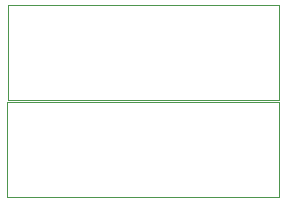
<source format=gbr>
G04 EAGLE Gerber RS-274X export*
G75*
%MOMM*%
%FSLAX34Y34*%
%LPD*%
%INSilkscreen Bottom*%
%IPPOS*%
%AMOC8*
5,1,8,0,0,1.08239X$1,22.5*%
G01*
%ADD10C,0.101600*%


D10*
X46900Y81600D02*
X276900Y81600D01*
X276900Y1600D01*
X46900Y1600D01*
X46900Y81600D01*
X47100Y83700D02*
X277100Y83700D01*
X47100Y83700D02*
X47100Y163700D01*
X277100Y163700D01*
X277100Y83700D01*
M02*

</source>
